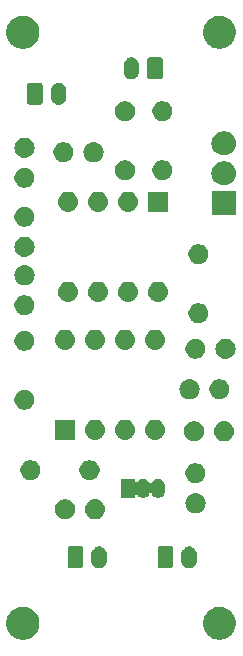
<source format=gts>
G04 #@! TF.GenerationSoftware,KiCad,Pcbnew,(5.0.1)-rc2*
G04 #@! TF.CreationDate,2018-11-24T17:46:36-05:00*
G04 #@! TF.ProjectId,vco2,76636F322E6B696361645F7063620000,1*
G04 #@! TF.SameCoordinates,Original*
G04 #@! TF.FileFunction,Soldermask,Top*
G04 #@! TF.FilePolarity,Negative*
%FSLAX46Y46*%
G04 Gerber Fmt 4.6, Leading zero omitted, Abs format (unit mm)*
G04 Created by KiCad (PCBNEW (5.0.1)-rc2) date 11/24/2018 5:46:36 PM*
%MOMM*%
%LPD*%
G01*
G04 APERTURE LIST*
%ADD10C,0.100000*%
G04 APERTURE END LIST*
D10*
G36*
X150940433Y-150653893D02*
X151030657Y-150671839D01*
X151136267Y-150715585D01*
X151285621Y-150777449D01*
X151515089Y-150930774D01*
X151710226Y-151125911D01*
X151863551Y-151355379D01*
X151969161Y-151610344D01*
X152023000Y-151881012D01*
X152023000Y-152156988D01*
X151969161Y-152427656D01*
X151863551Y-152682621D01*
X151710226Y-152912089D01*
X151515089Y-153107226D01*
X151285621Y-153260551D01*
X151136267Y-153322415D01*
X151030657Y-153366161D01*
X150940433Y-153384107D01*
X150759988Y-153420000D01*
X150484012Y-153420000D01*
X150303567Y-153384107D01*
X150213343Y-153366161D01*
X150107733Y-153322415D01*
X149958379Y-153260551D01*
X149728911Y-153107226D01*
X149533774Y-152912089D01*
X149380449Y-152682621D01*
X149274839Y-152427656D01*
X149221000Y-152156988D01*
X149221000Y-151881012D01*
X149274839Y-151610344D01*
X149380449Y-151355379D01*
X149533774Y-151125911D01*
X149728911Y-150930774D01*
X149958379Y-150777449D01*
X150107733Y-150715585D01*
X150213343Y-150671839D01*
X150303567Y-150653893D01*
X150484012Y-150618000D01*
X150759988Y-150618000D01*
X150940433Y-150653893D01*
X150940433Y-150653893D01*
G37*
G36*
X134303433Y-150653893D02*
X134393657Y-150671839D01*
X134499267Y-150715585D01*
X134648621Y-150777449D01*
X134878089Y-150930774D01*
X135073226Y-151125911D01*
X135226551Y-151355379D01*
X135332161Y-151610344D01*
X135386000Y-151881012D01*
X135386000Y-152156988D01*
X135332161Y-152427656D01*
X135226551Y-152682621D01*
X135073226Y-152912089D01*
X134878089Y-153107226D01*
X134648621Y-153260551D01*
X134499267Y-153322415D01*
X134393657Y-153366161D01*
X134303433Y-153384107D01*
X134122988Y-153420000D01*
X133847012Y-153420000D01*
X133666567Y-153384107D01*
X133576343Y-153366161D01*
X133470733Y-153322415D01*
X133321379Y-153260551D01*
X133091911Y-153107226D01*
X132896774Y-152912089D01*
X132743449Y-152682621D01*
X132637839Y-152427656D01*
X132584000Y-152156988D01*
X132584000Y-151881012D01*
X132637839Y-151610344D01*
X132743449Y-151355379D01*
X132896774Y-151125911D01*
X133091911Y-150930774D01*
X133321379Y-150777449D01*
X133470733Y-150715585D01*
X133576343Y-150671839D01*
X133666567Y-150653893D01*
X133847012Y-150618000D01*
X134122988Y-150618000D01*
X134303433Y-150653893D01*
X134303433Y-150653893D01*
G37*
G36*
X148177617Y-145514420D02*
X148259426Y-145539237D01*
X148300332Y-145551645D01*
X148322544Y-145563518D01*
X148413425Y-145612095D01*
X148413427Y-145612096D01*
X148413426Y-145612096D01*
X148486965Y-145672447D01*
X148512553Y-145693447D01*
X148593905Y-145792574D01*
X148593906Y-145792576D01*
X148654355Y-145905667D01*
X148666763Y-145946573D01*
X148691580Y-146028382D01*
X148701000Y-146124027D01*
X148701000Y-146737973D01*
X148691580Y-146833618D01*
X148666763Y-146915427D01*
X148654355Y-146956333D01*
X148600819Y-147056491D01*
X148593905Y-147069426D01*
X148512553Y-147168553D01*
X148413426Y-147249905D01*
X148413424Y-147249906D01*
X148300333Y-147310355D01*
X148259427Y-147322763D01*
X148177618Y-147347580D01*
X148050000Y-147360149D01*
X147922383Y-147347580D01*
X147840574Y-147322763D01*
X147799668Y-147310355D01*
X147686577Y-147249906D01*
X147686575Y-147249905D01*
X147587448Y-147168553D01*
X147506095Y-147069426D01*
X147465795Y-146994030D01*
X147445645Y-146956333D01*
X147433237Y-146915427D01*
X147408420Y-146833618D01*
X147399000Y-146737973D01*
X147399000Y-146124028D01*
X147408420Y-146028383D01*
X147445645Y-145905669D01*
X147445645Y-145905668D01*
X147477957Y-145845218D01*
X147506095Y-145792575D01*
X147587447Y-145693447D01*
X147686574Y-145612095D01*
X147721400Y-145593480D01*
X147799667Y-145551645D01*
X147840573Y-145539237D01*
X147922382Y-145514420D01*
X148050000Y-145501851D01*
X148177617Y-145514420D01*
X148177617Y-145514420D01*
G37*
G36*
X140557617Y-145514420D02*
X140639426Y-145539237D01*
X140680332Y-145551645D01*
X140702544Y-145563518D01*
X140793425Y-145612095D01*
X140793427Y-145612096D01*
X140793426Y-145612096D01*
X140866965Y-145672447D01*
X140892553Y-145693447D01*
X140973905Y-145792574D01*
X140973906Y-145792576D01*
X141034355Y-145905667D01*
X141046763Y-145946573D01*
X141071580Y-146028382D01*
X141081000Y-146124027D01*
X141081000Y-146737973D01*
X141071580Y-146833618D01*
X141046763Y-146915427D01*
X141034355Y-146956333D01*
X140980819Y-147056491D01*
X140973905Y-147069426D01*
X140892553Y-147168553D01*
X140793426Y-147249905D01*
X140793424Y-147249906D01*
X140680333Y-147310355D01*
X140639427Y-147322763D01*
X140557618Y-147347580D01*
X140430000Y-147360149D01*
X140302383Y-147347580D01*
X140220574Y-147322763D01*
X140179668Y-147310355D01*
X140066577Y-147249906D01*
X140066575Y-147249905D01*
X139967448Y-147168553D01*
X139886095Y-147069426D01*
X139845795Y-146994030D01*
X139825645Y-146956333D01*
X139813237Y-146915427D01*
X139788420Y-146833618D01*
X139779000Y-146737973D01*
X139779000Y-146124028D01*
X139788420Y-146028383D01*
X139825645Y-145905669D01*
X139825645Y-145905668D01*
X139857957Y-145845218D01*
X139886095Y-145792575D01*
X139967447Y-145693447D01*
X140066574Y-145612095D01*
X140101400Y-145593480D01*
X140179667Y-145551645D01*
X140220573Y-145539237D01*
X140302382Y-145514420D01*
X140430000Y-145501851D01*
X140557617Y-145514420D01*
X140557617Y-145514420D01*
G37*
G36*
X146541242Y-145509404D02*
X146578339Y-145520657D01*
X146612520Y-145538927D01*
X146642482Y-145563518D01*
X146667073Y-145593480D01*
X146685343Y-145627661D01*
X146696596Y-145664758D01*
X146701000Y-145709473D01*
X146701000Y-147152527D01*
X146696596Y-147197242D01*
X146685343Y-147234339D01*
X146667073Y-147268520D01*
X146642482Y-147298482D01*
X146612520Y-147323073D01*
X146578339Y-147341343D01*
X146541242Y-147352596D01*
X146496527Y-147357000D01*
X145603473Y-147357000D01*
X145558758Y-147352596D01*
X145521661Y-147341343D01*
X145487480Y-147323073D01*
X145457518Y-147298482D01*
X145432927Y-147268520D01*
X145414657Y-147234339D01*
X145403404Y-147197242D01*
X145399000Y-147152527D01*
X145399000Y-145709473D01*
X145403404Y-145664758D01*
X145414657Y-145627661D01*
X145432927Y-145593480D01*
X145457518Y-145563518D01*
X145487480Y-145538927D01*
X145521661Y-145520657D01*
X145558758Y-145509404D01*
X145603473Y-145505000D01*
X146496527Y-145505000D01*
X146541242Y-145509404D01*
X146541242Y-145509404D01*
G37*
G36*
X138921242Y-145509404D02*
X138958339Y-145520657D01*
X138992520Y-145538927D01*
X139022482Y-145563518D01*
X139047073Y-145593480D01*
X139065343Y-145627661D01*
X139076596Y-145664758D01*
X139081000Y-145709473D01*
X139081000Y-147152527D01*
X139076596Y-147197242D01*
X139065343Y-147234339D01*
X139047073Y-147268520D01*
X139022482Y-147298482D01*
X138992520Y-147323073D01*
X138958339Y-147341343D01*
X138921242Y-147352596D01*
X138876527Y-147357000D01*
X137983473Y-147357000D01*
X137938758Y-147352596D01*
X137901661Y-147341343D01*
X137867480Y-147323073D01*
X137837518Y-147298482D01*
X137812927Y-147268520D01*
X137794657Y-147234339D01*
X137783404Y-147197242D01*
X137779000Y-147152527D01*
X137779000Y-145709473D01*
X137783404Y-145664758D01*
X137794657Y-145627661D01*
X137812927Y-145593480D01*
X137837518Y-145563518D01*
X137867480Y-145538927D01*
X137901661Y-145520657D01*
X137938758Y-145509404D01*
X137983473Y-145505000D01*
X138876527Y-145505000D01*
X138921242Y-145509404D01*
X138921242Y-145509404D01*
G37*
G36*
X140247821Y-141528313D02*
X140247824Y-141528314D01*
X140247825Y-141528314D01*
X140408239Y-141576975D01*
X140408241Y-141576976D01*
X140408244Y-141576977D01*
X140556078Y-141655995D01*
X140685659Y-141762341D01*
X140792005Y-141891922D01*
X140871023Y-142039756D01*
X140871024Y-142039759D01*
X140871025Y-142039761D01*
X140915460Y-142186244D01*
X140919687Y-142200179D01*
X140936117Y-142367000D01*
X140919687Y-142533821D01*
X140919686Y-142533824D01*
X140919686Y-142533825D01*
X140884741Y-142649025D01*
X140871023Y-142694244D01*
X140792005Y-142842078D01*
X140685659Y-142971659D01*
X140556078Y-143078005D01*
X140408244Y-143157023D01*
X140408241Y-143157024D01*
X140408239Y-143157025D01*
X140247825Y-143205686D01*
X140247824Y-143205686D01*
X140247821Y-143205687D01*
X140122804Y-143218000D01*
X140039196Y-143218000D01*
X139914179Y-143205687D01*
X139914176Y-143205686D01*
X139914175Y-143205686D01*
X139753761Y-143157025D01*
X139753759Y-143157024D01*
X139753756Y-143157023D01*
X139605922Y-143078005D01*
X139476341Y-142971659D01*
X139369995Y-142842078D01*
X139290977Y-142694244D01*
X139277260Y-142649025D01*
X139242314Y-142533825D01*
X139242314Y-142533824D01*
X139242313Y-142533821D01*
X139225883Y-142367000D01*
X139242313Y-142200179D01*
X139246540Y-142186244D01*
X139290975Y-142039761D01*
X139290976Y-142039759D01*
X139290977Y-142039756D01*
X139369995Y-141891922D01*
X139476341Y-141762341D01*
X139605922Y-141655995D01*
X139753756Y-141576977D01*
X139753759Y-141576976D01*
X139753761Y-141576975D01*
X139914175Y-141528314D01*
X139914176Y-141528314D01*
X139914179Y-141528313D01*
X140039196Y-141516000D01*
X140122804Y-141516000D01*
X140247821Y-141528313D01*
X140247821Y-141528313D01*
G37*
G36*
X137789228Y-141548703D02*
X137944100Y-141612853D01*
X138083481Y-141705985D01*
X138202015Y-141824519D01*
X138295147Y-141963900D01*
X138359297Y-142118772D01*
X138392000Y-142283184D01*
X138392000Y-142450816D01*
X138359297Y-142615228D01*
X138295147Y-142770100D01*
X138202015Y-142909481D01*
X138083481Y-143028015D01*
X137944100Y-143121147D01*
X137789228Y-143185297D01*
X137624816Y-143218000D01*
X137457184Y-143218000D01*
X137292772Y-143185297D01*
X137137900Y-143121147D01*
X136998519Y-143028015D01*
X136879985Y-142909481D01*
X136786853Y-142770100D01*
X136722703Y-142615228D01*
X136690000Y-142450816D01*
X136690000Y-142283184D01*
X136722703Y-142118772D01*
X136786853Y-141963900D01*
X136879985Y-141824519D01*
X136998519Y-141705985D01*
X137137900Y-141612853D01*
X137292772Y-141548703D01*
X137457184Y-141516000D01*
X137624816Y-141516000D01*
X137789228Y-141548703D01*
X137789228Y-141548703D01*
G37*
G36*
X148756821Y-141020313D02*
X148756824Y-141020314D01*
X148756825Y-141020314D01*
X148917239Y-141068975D01*
X148917241Y-141068976D01*
X148917244Y-141068977D01*
X149065078Y-141147995D01*
X149194659Y-141254341D01*
X149301005Y-141383922D01*
X149380023Y-141531756D01*
X149380024Y-141531759D01*
X149380025Y-141531761D01*
X149393741Y-141576977D01*
X149428687Y-141692179D01*
X149445117Y-141859000D01*
X149428687Y-142025821D01*
X149428686Y-142025824D01*
X149428686Y-142025825D01*
X149400491Y-142118772D01*
X149380023Y-142186244D01*
X149301005Y-142334078D01*
X149194659Y-142463659D01*
X149065078Y-142570005D01*
X148917244Y-142649023D01*
X148917241Y-142649024D01*
X148917239Y-142649025D01*
X148756825Y-142697686D01*
X148756824Y-142697686D01*
X148756821Y-142697687D01*
X148631804Y-142710000D01*
X148548196Y-142710000D01*
X148423179Y-142697687D01*
X148423176Y-142697686D01*
X148423175Y-142697686D01*
X148262761Y-142649025D01*
X148262759Y-142649024D01*
X148262756Y-142649023D01*
X148114922Y-142570005D01*
X147985341Y-142463659D01*
X147878995Y-142334078D01*
X147799977Y-142186244D01*
X147779510Y-142118772D01*
X147751314Y-142025825D01*
X147751314Y-142025824D01*
X147751313Y-142025821D01*
X147734883Y-141859000D01*
X147751313Y-141692179D01*
X147786259Y-141576977D01*
X147799975Y-141531761D01*
X147799976Y-141531759D01*
X147799977Y-141531756D01*
X147878995Y-141383922D01*
X147985341Y-141254341D01*
X148114922Y-141147995D01*
X148262756Y-141068977D01*
X148262759Y-141068976D01*
X148262761Y-141068975D01*
X148423175Y-141020314D01*
X148423176Y-141020314D01*
X148423179Y-141020313D01*
X148548196Y-141008000D01*
X148631804Y-141008000D01*
X148756821Y-141020313D01*
X148756821Y-141020313D01*
G37*
G36*
X145527915Y-139796334D02*
X145636491Y-139829271D01*
X145736556Y-139882756D01*
X145824264Y-139954736D01*
X145896244Y-140042443D01*
X145949729Y-140142508D01*
X145982666Y-140251084D01*
X145991000Y-140335702D01*
X145991000Y-140842297D01*
X145982666Y-140926916D01*
X145949729Y-141035492D01*
X145896244Y-141135557D01*
X145824264Y-141223264D01*
X145736557Y-141295244D01*
X145636492Y-141348729D01*
X145527916Y-141381666D01*
X145415000Y-141392787D01*
X145302085Y-141381666D01*
X145193509Y-141348729D01*
X145093444Y-141295244D01*
X145005737Y-141223264D01*
X144933757Y-141135557D01*
X144890240Y-141054143D01*
X144876627Y-141033768D01*
X144859299Y-141016441D01*
X144838925Y-141002827D01*
X144816286Y-140993450D01*
X144792253Y-140988669D01*
X144767748Y-140988669D01*
X144743715Y-140993449D01*
X144721076Y-141002827D01*
X144700701Y-141016440D01*
X144683374Y-141033768D01*
X144669760Y-141054143D01*
X144626244Y-141135557D01*
X144554264Y-141223264D01*
X144466557Y-141295244D01*
X144366492Y-141348729D01*
X144257916Y-141381666D01*
X144145000Y-141392787D01*
X144032085Y-141381666D01*
X143923509Y-141348729D01*
X143823444Y-141295244D01*
X143735737Y-141223264D01*
X143689348Y-141166739D01*
X143672626Y-141146364D01*
X143655299Y-141129036D01*
X143634924Y-141115423D01*
X143612285Y-141106045D01*
X143588252Y-141101265D01*
X143563748Y-141101265D01*
X143539714Y-141106046D01*
X143517075Y-141115423D01*
X143496701Y-141129037D01*
X143479373Y-141146364D01*
X143465760Y-141166739D01*
X143456382Y-141189378D01*
X143451000Y-141225663D01*
X143451000Y-141390000D01*
X142299000Y-141390000D01*
X142299000Y-139788000D01*
X143451000Y-139788000D01*
X143451000Y-139952337D01*
X143453402Y-139976723D01*
X143460515Y-140000172D01*
X143472066Y-140021783D01*
X143487612Y-140040725D01*
X143506554Y-140056271D01*
X143528165Y-140067822D01*
X143551614Y-140074935D01*
X143576000Y-140077337D01*
X143600386Y-140074935D01*
X143623835Y-140067822D01*
X143645446Y-140056271D01*
X143672626Y-140031636D01*
X143735734Y-139954739D01*
X143735736Y-139954736D01*
X143823443Y-139882756D01*
X143923508Y-139829271D01*
X144032084Y-139796334D01*
X144145000Y-139785213D01*
X144257915Y-139796334D01*
X144366491Y-139829271D01*
X144466556Y-139882756D01*
X144554264Y-139954736D01*
X144626244Y-140042443D01*
X144669767Y-140123869D01*
X144683373Y-140144232D01*
X144700700Y-140161560D01*
X144721075Y-140175174D01*
X144743713Y-140184551D01*
X144767747Y-140189332D01*
X144792251Y-140189332D01*
X144816285Y-140184552D01*
X144838924Y-140175175D01*
X144859298Y-140161561D01*
X144876626Y-140144234D01*
X144890240Y-140123858D01*
X144933756Y-140042444D01*
X145005734Y-139954739D01*
X145005736Y-139954736D01*
X145093443Y-139882756D01*
X145193508Y-139829271D01*
X145302084Y-139796334D01*
X145415000Y-139785213D01*
X145527915Y-139796334D01*
X145527915Y-139796334D01*
G37*
G36*
X148838228Y-138500703D02*
X148993100Y-138564853D01*
X149132481Y-138657985D01*
X149251015Y-138776519D01*
X149344147Y-138915900D01*
X149408297Y-139070772D01*
X149441000Y-139235184D01*
X149441000Y-139402816D01*
X149408297Y-139567228D01*
X149344147Y-139722100D01*
X149251015Y-139861481D01*
X149132481Y-139980015D01*
X148993100Y-140073147D01*
X148838228Y-140137297D01*
X148673816Y-140170000D01*
X148506184Y-140170000D01*
X148341772Y-140137297D01*
X148186900Y-140073147D01*
X148047519Y-139980015D01*
X147928985Y-139861481D01*
X147835853Y-139722100D01*
X147771703Y-139567228D01*
X147739000Y-139402816D01*
X147739000Y-139235184D01*
X147771703Y-139070772D01*
X147835853Y-138915900D01*
X147928985Y-138776519D01*
X148047519Y-138657985D01*
X148186900Y-138564853D01*
X148341772Y-138500703D01*
X148506184Y-138468000D01*
X148673816Y-138468000D01*
X148838228Y-138500703D01*
X148838228Y-138500703D01*
G37*
G36*
X134868228Y-138246703D02*
X135023100Y-138310853D01*
X135162481Y-138403985D01*
X135281015Y-138522519D01*
X135374147Y-138661900D01*
X135438297Y-138816772D01*
X135471000Y-138981184D01*
X135471000Y-139148816D01*
X135438297Y-139313228D01*
X135374147Y-139468100D01*
X135281015Y-139607481D01*
X135162481Y-139726015D01*
X135023100Y-139819147D01*
X134868228Y-139883297D01*
X134703816Y-139916000D01*
X134536184Y-139916000D01*
X134371772Y-139883297D01*
X134216900Y-139819147D01*
X134077519Y-139726015D01*
X133958985Y-139607481D01*
X133865853Y-139468100D01*
X133801703Y-139313228D01*
X133769000Y-139148816D01*
X133769000Y-138981184D01*
X133801703Y-138816772D01*
X133865853Y-138661900D01*
X133958985Y-138522519D01*
X134077519Y-138403985D01*
X134216900Y-138310853D01*
X134371772Y-138246703D01*
X134536184Y-138214000D01*
X134703816Y-138214000D01*
X134868228Y-138246703D01*
X134868228Y-138246703D01*
G37*
G36*
X139868228Y-138246703D02*
X140023100Y-138310853D01*
X140162481Y-138403985D01*
X140281015Y-138522519D01*
X140374147Y-138661900D01*
X140438297Y-138816772D01*
X140471000Y-138981184D01*
X140471000Y-139148816D01*
X140438297Y-139313228D01*
X140374147Y-139468100D01*
X140281015Y-139607481D01*
X140162481Y-139726015D01*
X140023100Y-139819147D01*
X139868228Y-139883297D01*
X139703816Y-139916000D01*
X139536184Y-139916000D01*
X139371772Y-139883297D01*
X139216900Y-139819147D01*
X139077519Y-139726015D01*
X138958985Y-139607481D01*
X138865853Y-139468100D01*
X138801703Y-139313228D01*
X138769000Y-139148816D01*
X138769000Y-138981184D01*
X138801703Y-138816772D01*
X138865853Y-138661900D01*
X138958985Y-138522519D01*
X139077519Y-138403985D01*
X139216900Y-138310853D01*
X139371772Y-138246703D01*
X139536184Y-138214000D01*
X139703816Y-138214000D01*
X139868228Y-138246703D01*
X139868228Y-138246703D01*
G37*
G36*
X151169821Y-134924313D02*
X151169824Y-134924314D01*
X151169825Y-134924314D01*
X151330239Y-134972975D01*
X151330241Y-134972976D01*
X151330244Y-134972977D01*
X151478078Y-135051995D01*
X151607659Y-135158341D01*
X151714005Y-135287922D01*
X151793023Y-135435756D01*
X151793024Y-135435759D01*
X151793025Y-135435761D01*
X151841686Y-135596175D01*
X151841687Y-135596179D01*
X151858117Y-135763000D01*
X151841687Y-135929821D01*
X151841686Y-135929824D01*
X151841686Y-135929825D01*
X151816993Y-136011228D01*
X151793023Y-136090244D01*
X151714005Y-136238078D01*
X151607659Y-136367659D01*
X151478078Y-136474005D01*
X151330244Y-136553023D01*
X151330241Y-136553024D01*
X151330239Y-136553025D01*
X151169825Y-136601686D01*
X151169824Y-136601686D01*
X151169821Y-136601687D01*
X151044804Y-136614000D01*
X150961196Y-136614000D01*
X150836179Y-136601687D01*
X150836176Y-136601686D01*
X150836175Y-136601686D01*
X150675761Y-136553025D01*
X150675759Y-136553024D01*
X150675756Y-136553023D01*
X150527922Y-136474005D01*
X150398341Y-136367659D01*
X150291995Y-136238078D01*
X150212977Y-136090244D01*
X150189008Y-136011228D01*
X150164314Y-135929825D01*
X150164314Y-135929824D01*
X150164313Y-135929821D01*
X150147883Y-135763000D01*
X150164313Y-135596179D01*
X150164314Y-135596175D01*
X150212975Y-135435761D01*
X150212976Y-135435759D01*
X150212977Y-135435756D01*
X150291995Y-135287922D01*
X150398341Y-135158341D01*
X150527922Y-135051995D01*
X150675756Y-134972977D01*
X150675759Y-134972976D01*
X150675761Y-134972975D01*
X150836175Y-134924314D01*
X150836176Y-134924314D01*
X150836179Y-134924313D01*
X150961196Y-134912000D01*
X151044804Y-134912000D01*
X151169821Y-134924313D01*
X151169821Y-134924313D01*
G37*
G36*
X148711228Y-134944703D02*
X148866100Y-135008853D01*
X149005481Y-135101985D01*
X149124015Y-135220519D01*
X149217147Y-135359900D01*
X149281297Y-135514772D01*
X149314000Y-135679184D01*
X149314000Y-135846816D01*
X149281297Y-136011228D01*
X149217147Y-136166100D01*
X149124015Y-136305481D01*
X149005481Y-136424015D01*
X148866100Y-136517147D01*
X148711228Y-136581297D01*
X148546816Y-136614000D01*
X148379184Y-136614000D01*
X148214772Y-136581297D01*
X148059900Y-136517147D01*
X147920519Y-136424015D01*
X147801985Y-136305481D01*
X147708853Y-136166100D01*
X147644703Y-136011228D01*
X147612000Y-135846816D01*
X147612000Y-135679184D01*
X147644703Y-135514772D01*
X147708853Y-135359900D01*
X147801985Y-135220519D01*
X147920519Y-135101985D01*
X148059900Y-135008853D01*
X148214772Y-134944703D01*
X148379184Y-134912000D01*
X148546816Y-134912000D01*
X148711228Y-134944703D01*
X148711228Y-134944703D01*
G37*
G36*
X140247821Y-134797313D02*
X140247824Y-134797314D01*
X140247825Y-134797314D01*
X140408239Y-134845975D01*
X140408241Y-134845976D01*
X140408244Y-134845977D01*
X140556078Y-134924995D01*
X140685659Y-135031341D01*
X140792005Y-135160922D01*
X140871023Y-135308756D01*
X140871024Y-135308759D01*
X140871025Y-135308761D01*
X140909548Y-135435756D01*
X140919687Y-135469179D01*
X140936117Y-135636000D01*
X140919687Y-135802821D01*
X140871023Y-135963244D01*
X140792005Y-136111078D01*
X140685659Y-136240659D01*
X140556078Y-136347005D01*
X140408244Y-136426023D01*
X140408241Y-136426024D01*
X140408239Y-136426025D01*
X140247825Y-136474686D01*
X140247824Y-136474686D01*
X140247821Y-136474687D01*
X140122804Y-136487000D01*
X140039196Y-136487000D01*
X139914179Y-136474687D01*
X139914176Y-136474686D01*
X139914175Y-136474686D01*
X139753761Y-136426025D01*
X139753759Y-136426024D01*
X139753756Y-136426023D01*
X139605922Y-136347005D01*
X139476341Y-136240659D01*
X139369995Y-136111078D01*
X139290977Y-135963244D01*
X139242313Y-135802821D01*
X139225883Y-135636000D01*
X139242313Y-135469179D01*
X139252452Y-135435756D01*
X139290975Y-135308761D01*
X139290976Y-135308759D01*
X139290977Y-135308756D01*
X139369995Y-135160922D01*
X139476341Y-135031341D01*
X139605922Y-134924995D01*
X139753756Y-134845977D01*
X139753759Y-134845976D01*
X139753761Y-134845975D01*
X139914175Y-134797314D01*
X139914176Y-134797314D01*
X139914179Y-134797313D01*
X140039196Y-134785000D01*
X140122804Y-134785000D01*
X140247821Y-134797313D01*
X140247821Y-134797313D01*
G37*
G36*
X145327821Y-134797313D02*
X145327824Y-134797314D01*
X145327825Y-134797314D01*
X145488239Y-134845975D01*
X145488241Y-134845976D01*
X145488244Y-134845977D01*
X145636078Y-134924995D01*
X145765659Y-135031341D01*
X145872005Y-135160922D01*
X145951023Y-135308756D01*
X145951024Y-135308759D01*
X145951025Y-135308761D01*
X145989548Y-135435756D01*
X145999687Y-135469179D01*
X146016117Y-135636000D01*
X145999687Y-135802821D01*
X145951023Y-135963244D01*
X145872005Y-136111078D01*
X145765659Y-136240659D01*
X145636078Y-136347005D01*
X145488244Y-136426023D01*
X145488241Y-136426024D01*
X145488239Y-136426025D01*
X145327825Y-136474686D01*
X145327824Y-136474686D01*
X145327821Y-136474687D01*
X145202804Y-136487000D01*
X145119196Y-136487000D01*
X144994179Y-136474687D01*
X144994176Y-136474686D01*
X144994175Y-136474686D01*
X144833761Y-136426025D01*
X144833759Y-136426024D01*
X144833756Y-136426023D01*
X144685922Y-136347005D01*
X144556341Y-136240659D01*
X144449995Y-136111078D01*
X144370977Y-135963244D01*
X144322313Y-135802821D01*
X144305883Y-135636000D01*
X144322313Y-135469179D01*
X144332452Y-135435756D01*
X144370975Y-135308761D01*
X144370976Y-135308759D01*
X144370977Y-135308756D01*
X144449995Y-135160922D01*
X144556341Y-135031341D01*
X144685922Y-134924995D01*
X144833756Y-134845977D01*
X144833759Y-134845976D01*
X144833761Y-134845975D01*
X144994175Y-134797314D01*
X144994176Y-134797314D01*
X144994179Y-134797313D01*
X145119196Y-134785000D01*
X145202804Y-134785000D01*
X145327821Y-134797313D01*
X145327821Y-134797313D01*
G37*
G36*
X138392000Y-136487000D02*
X136690000Y-136487000D01*
X136690000Y-134785000D01*
X138392000Y-134785000D01*
X138392000Y-136487000D01*
X138392000Y-136487000D01*
G37*
G36*
X142787821Y-134797313D02*
X142787824Y-134797314D01*
X142787825Y-134797314D01*
X142948239Y-134845975D01*
X142948241Y-134845976D01*
X142948244Y-134845977D01*
X143096078Y-134924995D01*
X143225659Y-135031341D01*
X143332005Y-135160922D01*
X143411023Y-135308756D01*
X143411024Y-135308759D01*
X143411025Y-135308761D01*
X143449548Y-135435756D01*
X143459687Y-135469179D01*
X143476117Y-135636000D01*
X143459687Y-135802821D01*
X143411023Y-135963244D01*
X143332005Y-136111078D01*
X143225659Y-136240659D01*
X143096078Y-136347005D01*
X142948244Y-136426023D01*
X142948241Y-136426024D01*
X142948239Y-136426025D01*
X142787825Y-136474686D01*
X142787824Y-136474686D01*
X142787821Y-136474687D01*
X142662804Y-136487000D01*
X142579196Y-136487000D01*
X142454179Y-136474687D01*
X142454176Y-136474686D01*
X142454175Y-136474686D01*
X142293761Y-136426025D01*
X142293759Y-136426024D01*
X142293756Y-136426023D01*
X142145922Y-136347005D01*
X142016341Y-136240659D01*
X141909995Y-136111078D01*
X141830977Y-135963244D01*
X141782313Y-135802821D01*
X141765883Y-135636000D01*
X141782313Y-135469179D01*
X141792452Y-135435756D01*
X141830975Y-135308761D01*
X141830976Y-135308759D01*
X141830977Y-135308756D01*
X141909995Y-135160922D01*
X142016341Y-135031341D01*
X142145922Y-134924995D01*
X142293756Y-134845977D01*
X142293759Y-134845976D01*
X142293761Y-134845975D01*
X142454175Y-134797314D01*
X142454176Y-134797314D01*
X142454179Y-134797313D01*
X142579196Y-134785000D01*
X142662804Y-134785000D01*
X142787821Y-134797313D01*
X142787821Y-134797313D01*
G37*
G36*
X134360228Y-132277703D02*
X134515100Y-132341853D01*
X134654481Y-132434985D01*
X134773015Y-132553519D01*
X134866147Y-132692900D01*
X134930297Y-132847772D01*
X134963000Y-133012184D01*
X134963000Y-133179816D01*
X134930297Y-133344228D01*
X134866147Y-133499100D01*
X134773015Y-133638481D01*
X134654481Y-133757015D01*
X134515100Y-133850147D01*
X134360228Y-133914297D01*
X134195816Y-133947000D01*
X134028184Y-133947000D01*
X133863772Y-133914297D01*
X133708900Y-133850147D01*
X133569519Y-133757015D01*
X133450985Y-133638481D01*
X133357853Y-133499100D01*
X133293703Y-133344228D01*
X133261000Y-133179816D01*
X133261000Y-133012184D01*
X133293703Y-132847772D01*
X133357853Y-132692900D01*
X133450985Y-132553519D01*
X133569519Y-132434985D01*
X133708900Y-132341853D01*
X133863772Y-132277703D01*
X134028184Y-132245000D01*
X134195816Y-132245000D01*
X134360228Y-132277703D01*
X134360228Y-132277703D01*
G37*
G36*
X148248821Y-131368313D02*
X148248824Y-131368314D01*
X148248825Y-131368314D01*
X148409239Y-131416975D01*
X148409241Y-131416976D01*
X148409244Y-131416977D01*
X148557078Y-131495995D01*
X148686659Y-131602341D01*
X148793005Y-131731922D01*
X148872023Y-131879756D01*
X148872024Y-131879759D01*
X148872025Y-131879761D01*
X148920686Y-132040175D01*
X148920687Y-132040179D01*
X148937117Y-132207000D01*
X148920687Y-132373821D01*
X148920686Y-132373824D01*
X148920686Y-132373825D01*
X148895993Y-132455228D01*
X148872023Y-132534244D01*
X148793005Y-132682078D01*
X148686659Y-132811659D01*
X148557078Y-132918005D01*
X148409244Y-132997023D01*
X148409241Y-132997024D01*
X148409239Y-132997025D01*
X148248825Y-133045686D01*
X148248824Y-133045686D01*
X148248821Y-133045687D01*
X148123804Y-133058000D01*
X148040196Y-133058000D01*
X147915179Y-133045687D01*
X147915176Y-133045686D01*
X147915175Y-133045686D01*
X147754761Y-132997025D01*
X147754759Y-132997024D01*
X147754756Y-132997023D01*
X147606922Y-132918005D01*
X147477341Y-132811659D01*
X147370995Y-132682078D01*
X147291977Y-132534244D01*
X147268008Y-132455228D01*
X147243314Y-132373825D01*
X147243314Y-132373824D01*
X147243313Y-132373821D01*
X147226883Y-132207000D01*
X147243313Y-132040179D01*
X147243314Y-132040175D01*
X147291975Y-131879761D01*
X147291976Y-131879759D01*
X147291977Y-131879756D01*
X147370995Y-131731922D01*
X147477341Y-131602341D01*
X147606922Y-131495995D01*
X147754756Y-131416977D01*
X147754759Y-131416976D01*
X147754761Y-131416975D01*
X147915175Y-131368314D01*
X147915176Y-131368314D01*
X147915179Y-131368313D01*
X148040196Y-131356000D01*
X148123804Y-131356000D01*
X148248821Y-131368313D01*
X148248821Y-131368313D01*
G37*
G36*
X150870228Y-131388703D02*
X151025100Y-131452853D01*
X151164481Y-131545985D01*
X151283015Y-131664519D01*
X151376147Y-131803900D01*
X151440297Y-131958772D01*
X151473000Y-132123184D01*
X151473000Y-132290816D01*
X151440297Y-132455228D01*
X151376147Y-132610100D01*
X151283015Y-132749481D01*
X151164481Y-132868015D01*
X151025100Y-132961147D01*
X150870228Y-133025297D01*
X150705816Y-133058000D01*
X150538184Y-133058000D01*
X150373772Y-133025297D01*
X150218900Y-132961147D01*
X150079519Y-132868015D01*
X149960985Y-132749481D01*
X149867853Y-132610100D01*
X149803703Y-132455228D01*
X149771000Y-132290816D01*
X149771000Y-132123184D01*
X149803703Y-131958772D01*
X149867853Y-131803900D01*
X149960985Y-131664519D01*
X150079519Y-131545985D01*
X150218900Y-131452853D01*
X150373772Y-131388703D01*
X150538184Y-131356000D01*
X150705816Y-131356000D01*
X150870228Y-131388703D01*
X150870228Y-131388703D01*
G37*
G36*
X151296821Y-127939313D02*
X151296824Y-127939314D01*
X151296825Y-127939314D01*
X151457239Y-127987975D01*
X151457241Y-127987976D01*
X151457244Y-127987977D01*
X151605078Y-128066995D01*
X151734659Y-128173341D01*
X151841005Y-128302922D01*
X151920023Y-128450756D01*
X151920024Y-128450759D01*
X151920025Y-128450761D01*
X151968686Y-128611175D01*
X151968687Y-128611179D01*
X151985117Y-128778000D01*
X151968687Y-128944821D01*
X151968686Y-128944824D01*
X151968686Y-128944825D01*
X151943993Y-129026228D01*
X151920023Y-129105244D01*
X151841005Y-129253078D01*
X151734659Y-129382659D01*
X151605078Y-129489005D01*
X151457244Y-129568023D01*
X151457241Y-129568024D01*
X151457239Y-129568025D01*
X151296825Y-129616686D01*
X151296824Y-129616686D01*
X151296821Y-129616687D01*
X151171804Y-129629000D01*
X151088196Y-129629000D01*
X150963179Y-129616687D01*
X150963176Y-129616686D01*
X150963175Y-129616686D01*
X150802761Y-129568025D01*
X150802759Y-129568024D01*
X150802756Y-129568023D01*
X150654922Y-129489005D01*
X150525341Y-129382659D01*
X150418995Y-129253078D01*
X150339977Y-129105244D01*
X150316008Y-129026228D01*
X150291314Y-128944825D01*
X150291314Y-128944824D01*
X150291313Y-128944821D01*
X150274883Y-128778000D01*
X150291313Y-128611179D01*
X150291314Y-128611175D01*
X150339975Y-128450761D01*
X150339976Y-128450759D01*
X150339977Y-128450756D01*
X150418995Y-128302922D01*
X150525341Y-128173341D01*
X150654922Y-128066995D01*
X150802756Y-127987977D01*
X150802759Y-127987976D01*
X150802761Y-127987975D01*
X150963175Y-127939314D01*
X150963176Y-127939314D01*
X150963179Y-127939313D01*
X151088196Y-127927000D01*
X151171804Y-127927000D01*
X151296821Y-127939313D01*
X151296821Y-127939313D01*
G37*
G36*
X148838228Y-127959703D02*
X148993100Y-128023853D01*
X149132481Y-128116985D01*
X149251015Y-128235519D01*
X149344147Y-128374900D01*
X149408297Y-128529772D01*
X149441000Y-128694184D01*
X149441000Y-128861816D01*
X149408297Y-129026228D01*
X149344147Y-129181100D01*
X149251015Y-129320481D01*
X149132481Y-129439015D01*
X148993100Y-129532147D01*
X148838228Y-129596297D01*
X148673816Y-129629000D01*
X148506184Y-129629000D01*
X148341772Y-129596297D01*
X148186900Y-129532147D01*
X148047519Y-129439015D01*
X147928985Y-129320481D01*
X147835853Y-129181100D01*
X147771703Y-129026228D01*
X147739000Y-128861816D01*
X147739000Y-128694184D01*
X147771703Y-128529772D01*
X147835853Y-128374900D01*
X147928985Y-128235519D01*
X148047519Y-128116985D01*
X148186900Y-128023853D01*
X148341772Y-127959703D01*
X148506184Y-127927000D01*
X148673816Y-127927000D01*
X148838228Y-127959703D01*
X148838228Y-127959703D01*
G37*
G36*
X134360228Y-127277703D02*
X134515100Y-127341853D01*
X134654481Y-127434985D01*
X134773015Y-127553519D01*
X134866147Y-127692900D01*
X134930297Y-127847772D01*
X134963000Y-128012184D01*
X134963000Y-128179816D01*
X134930297Y-128344228D01*
X134866147Y-128499100D01*
X134773015Y-128638481D01*
X134654481Y-128757015D01*
X134515100Y-128850147D01*
X134360228Y-128914297D01*
X134195816Y-128947000D01*
X134028184Y-128947000D01*
X133863772Y-128914297D01*
X133708900Y-128850147D01*
X133569519Y-128757015D01*
X133450985Y-128638481D01*
X133357853Y-128499100D01*
X133293703Y-128344228D01*
X133261000Y-128179816D01*
X133261000Y-128012184D01*
X133293703Y-127847772D01*
X133357853Y-127692900D01*
X133450985Y-127553519D01*
X133569519Y-127434985D01*
X133708900Y-127341853D01*
X133863772Y-127277703D01*
X134028184Y-127245000D01*
X134195816Y-127245000D01*
X134360228Y-127277703D01*
X134360228Y-127277703D01*
G37*
G36*
X142787821Y-127177313D02*
X142787824Y-127177314D01*
X142787825Y-127177314D01*
X142948239Y-127225975D01*
X142948241Y-127225976D01*
X142948244Y-127225977D01*
X143096078Y-127304995D01*
X143225659Y-127411341D01*
X143332005Y-127540922D01*
X143411023Y-127688756D01*
X143411024Y-127688759D01*
X143411025Y-127688761D01*
X143459260Y-127847772D01*
X143459687Y-127849179D01*
X143476117Y-128016000D01*
X143459687Y-128182821D01*
X143411023Y-128343244D01*
X143332005Y-128491078D01*
X143225659Y-128620659D01*
X143096078Y-128727005D01*
X142948244Y-128806023D01*
X142948241Y-128806024D01*
X142948239Y-128806025D01*
X142787825Y-128854686D01*
X142787824Y-128854686D01*
X142787821Y-128854687D01*
X142662804Y-128867000D01*
X142579196Y-128867000D01*
X142454179Y-128854687D01*
X142454176Y-128854686D01*
X142454175Y-128854686D01*
X142293761Y-128806025D01*
X142293759Y-128806024D01*
X142293756Y-128806023D01*
X142145922Y-128727005D01*
X142016341Y-128620659D01*
X141909995Y-128491078D01*
X141830977Y-128343244D01*
X141782313Y-128182821D01*
X141765883Y-128016000D01*
X141782313Y-127849179D01*
X141782740Y-127847772D01*
X141830975Y-127688761D01*
X141830976Y-127688759D01*
X141830977Y-127688756D01*
X141909995Y-127540922D01*
X142016341Y-127411341D01*
X142145922Y-127304995D01*
X142293756Y-127225977D01*
X142293759Y-127225976D01*
X142293761Y-127225975D01*
X142454175Y-127177314D01*
X142454176Y-127177314D01*
X142454179Y-127177313D01*
X142579196Y-127165000D01*
X142662804Y-127165000D01*
X142787821Y-127177313D01*
X142787821Y-127177313D01*
G37*
G36*
X145327821Y-127177313D02*
X145327824Y-127177314D01*
X145327825Y-127177314D01*
X145488239Y-127225975D01*
X145488241Y-127225976D01*
X145488244Y-127225977D01*
X145636078Y-127304995D01*
X145765659Y-127411341D01*
X145872005Y-127540922D01*
X145951023Y-127688756D01*
X145951024Y-127688759D01*
X145951025Y-127688761D01*
X145999260Y-127847772D01*
X145999687Y-127849179D01*
X146016117Y-128016000D01*
X145999687Y-128182821D01*
X145951023Y-128343244D01*
X145872005Y-128491078D01*
X145765659Y-128620659D01*
X145636078Y-128727005D01*
X145488244Y-128806023D01*
X145488241Y-128806024D01*
X145488239Y-128806025D01*
X145327825Y-128854686D01*
X145327824Y-128854686D01*
X145327821Y-128854687D01*
X145202804Y-128867000D01*
X145119196Y-128867000D01*
X144994179Y-128854687D01*
X144994176Y-128854686D01*
X144994175Y-128854686D01*
X144833761Y-128806025D01*
X144833759Y-128806024D01*
X144833756Y-128806023D01*
X144685922Y-128727005D01*
X144556341Y-128620659D01*
X144449995Y-128491078D01*
X144370977Y-128343244D01*
X144322313Y-128182821D01*
X144305883Y-128016000D01*
X144322313Y-127849179D01*
X144322740Y-127847772D01*
X144370975Y-127688761D01*
X144370976Y-127688759D01*
X144370977Y-127688756D01*
X144449995Y-127540922D01*
X144556341Y-127411341D01*
X144685922Y-127304995D01*
X144833756Y-127225977D01*
X144833759Y-127225976D01*
X144833761Y-127225975D01*
X144994175Y-127177314D01*
X144994176Y-127177314D01*
X144994179Y-127177313D01*
X145119196Y-127165000D01*
X145202804Y-127165000D01*
X145327821Y-127177313D01*
X145327821Y-127177313D01*
G37*
G36*
X137707821Y-127177313D02*
X137707824Y-127177314D01*
X137707825Y-127177314D01*
X137868239Y-127225975D01*
X137868241Y-127225976D01*
X137868244Y-127225977D01*
X138016078Y-127304995D01*
X138145659Y-127411341D01*
X138252005Y-127540922D01*
X138331023Y-127688756D01*
X138331024Y-127688759D01*
X138331025Y-127688761D01*
X138379260Y-127847772D01*
X138379687Y-127849179D01*
X138396117Y-128016000D01*
X138379687Y-128182821D01*
X138331023Y-128343244D01*
X138252005Y-128491078D01*
X138145659Y-128620659D01*
X138016078Y-128727005D01*
X137868244Y-128806023D01*
X137868241Y-128806024D01*
X137868239Y-128806025D01*
X137707825Y-128854686D01*
X137707824Y-128854686D01*
X137707821Y-128854687D01*
X137582804Y-128867000D01*
X137499196Y-128867000D01*
X137374179Y-128854687D01*
X137374176Y-128854686D01*
X137374175Y-128854686D01*
X137213761Y-128806025D01*
X137213759Y-128806024D01*
X137213756Y-128806023D01*
X137065922Y-128727005D01*
X136936341Y-128620659D01*
X136829995Y-128491078D01*
X136750977Y-128343244D01*
X136702313Y-128182821D01*
X136685883Y-128016000D01*
X136702313Y-127849179D01*
X136702740Y-127847772D01*
X136750975Y-127688761D01*
X136750976Y-127688759D01*
X136750977Y-127688756D01*
X136829995Y-127540922D01*
X136936341Y-127411341D01*
X137065922Y-127304995D01*
X137213756Y-127225977D01*
X137213759Y-127225976D01*
X137213761Y-127225975D01*
X137374175Y-127177314D01*
X137374176Y-127177314D01*
X137374179Y-127177313D01*
X137499196Y-127165000D01*
X137582804Y-127165000D01*
X137707821Y-127177313D01*
X137707821Y-127177313D01*
G37*
G36*
X140247821Y-127177313D02*
X140247824Y-127177314D01*
X140247825Y-127177314D01*
X140408239Y-127225975D01*
X140408241Y-127225976D01*
X140408244Y-127225977D01*
X140556078Y-127304995D01*
X140685659Y-127411341D01*
X140792005Y-127540922D01*
X140871023Y-127688756D01*
X140871024Y-127688759D01*
X140871025Y-127688761D01*
X140919260Y-127847772D01*
X140919687Y-127849179D01*
X140936117Y-128016000D01*
X140919687Y-128182821D01*
X140871023Y-128343244D01*
X140792005Y-128491078D01*
X140685659Y-128620659D01*
X140556078Y-128727005D01*
X140408244Y-128806023D01*
X140408241Y-128806024D01*
X140408239Y-128806025D01*
X140247825Y-128854686D01*
X140247824Y-128854686D01*
X140247821Y-128854687D01*
X140122804Y-128867000D01*
X140039196Y-128867000D01*
X139914179Y-128854687D01*
X139914176Y-128854686D01*
X139914175Y-128854686D01*
X139753761Y-128806025D01*
X139753759Y-128806024D01*
X139753756Y-128806023D01*
X139605922Y-128727005D01*
X139476341Y-128620659D01*
X139369995Y-128491078D01*
X139290977Y-128343244D01*
X139242313Y-128182821D01*
X139225883Y-128016000D01*
X139242313Y-127849179D01*
X139242740Y-127847772D01*
X139290975Y-127688761D01*
X139290976Y-127688759D01*
X139290977Y-127688756D01*
X139369995Y-127540922D01*
X139476341Y-127411341D01*
X139605922Y-127304995D01*
X139753756Y-127225977D01*
X139753759Y-127225976D01*
X139753761Y-127225975D01*
X139914175Y-127177314D01*
X139914176Y-127177314D01*
X139914179Y-127177313D01*
X140039196Y-127165000D01*
X140122804Y-127165000D01*
X140247821Y-127177313D01*
X140247821Y-127177313D01*
G37*
G36*
X149092228Y-124958703D02*
X149247100Y-125022853D01*
X149386481Y-125115985D01*
X149505015Y-125234519D01*
X149598147Y-125373900D01*
X149662297Y-125528772D01*
X149695000Y-125693184D01*
X149695000Y-125860816D01*
X149662297Y-126025228D01*
X149598147Y-126180100D01*
X149505015Y-126319481D01*
X149386481Y-126438015D01*
X149247100Y-126531147D01*
X149092228Y-126595297D01*
X148927816Y-126628000D01*
X148760184Y-126628000D01*
X148595772Y-126595297D01*
X148440900Y-126531147D01*
X148301519Y-126438015D01*
X148182985Y-126319481D01*
X148089853Y-126180100D01*
X148025703Y-126025228D01*
X147993000Y-125860816D01*
X147993000Y-125693184D01*
X148025703Y-125528772D01*
X148089853Y-125373900D01*
X148182985Y-125234519D01*
X148301519Y-125115985D01*
X148440900Y-125022853D01*
X148595772Y-124958703D01*
X148760184Y-124926000D01*
X148927816Y-124926000D01*
X149092228Y-124958703D01*
X149092228Y-124958703D01*
G37*
G36*
X134360228Y-124276703D02*
X134515100Y-124340853D01*
X134654481Y-124433985D01*
X134773015Y-124552519D01*
X134866147Y-124691900D01*
X134930297Y-124846772D01*
X134963000Y-125011184D01*
X134963000Y-125178816D01*
X134930297Y-125343228D01*
X134866147Y-125498100D01*
X134773015Y-125637481D01*
X134654481Y-125756015D01*
X134515100Y-125849147D01*
X134360228Y-125913297D01*
X134195816Y-125946000D01*
X134028184Y-125946000D01*
X133863772Y-125913297D01*
X133708900Y-125849147D01*
X133569519Y-125756015D01*
X133450985Y-125637481D01*
X133357853Y-125498100D01*
X133293703Y-125343228D01*
X133261000Y-125178816D01*
X133261000Y-125011184D01*
X133293703Y-124846772D01*
X133357853Y-124691900D01*
X133450985Y-124552519D01*
X133569519Y-124433985D01*
X133708900Y-124340853D01*
X133863772Y-124276703D01*
X134028184Y-124244000D01*
X134195816Y-124244000D01*
X134360228Y-124276703D01*
X134360228Y-124276703D01*
G37*
G36*
X140501821Y-123113313D02*
X140501824Y-123113314D01*
X140501825Y-123113314D01*
X140662239Y-123161975D01*
X140662241Y-123161976D01*
X140662244Y-123161977D01*
X140810078Y-123240995D01*
X140939659Y-123347341D01*
X141046005Y-123476922D01*
X141125023Y-123624756D01*
X141173687Y-123785179D01*
X141190117Y-123952000D01*
X141173687Y-124118821D01*
X141173686Y-124118824D01*
X141173686Y-124118825D01*
X141135715Y-124244000D01*
X141125023Y-124279244D01*
X141046005Y-124427078D01*
X140939659Y-124556659D01*
X140810078Y-124663005D01*
X140662244Y-124742023D01*
X140662241Y-124742024D01*
X140662239Y-124742025D01*
X140501825Y-124790686D01*
X140501824Y-124790686D01*
X140501821Y-124790687D01*
X140376804Y-124803000D01*
X140293196Y-124803000D01*
X140168179Y-124790687D01*
X140168176Y-124790686D01*
X140168175Y-124790686D01*
X140007761Y-124742025D01*
X140007759Y-124742024D01*
X140007756Y-124742023D01*
X139859922Y-124663005D01*
X139730341Y-124556659D01*
X139623995Y-124427078D01*
X139544977Y-124279244D01*
X139534286Y-124244000D01*
X139496314Y-124118825D01*
X139496314Y-124118824D01*
X139496313Y-124118821D01*
X139479883Y-123952000D01*
X139496313Y-123785179D01*
X139544977Y-123624756D01*
X139623995Y-123476922D01*
X139730341Y-123347341D01*
X139859922Y-123240995D01*
X140007756Y-123161977D01*
X140007759Y-123161976D01*
X140007761Y-123161975D01*
X140168175Y-123113314D01*
X140168176Y-123113314D01*
X140168179Y-123113313D01*
X140293196Y-123101000D01*
X140376804Y-123101000D01*
X140501821Y-123113313D01*
X140501821Y-123113313D01*
G37*
G36*
X137961821Y-123113313D02*
X137961824Y-123113314D01*
X137961825Y-123113314D01*
X138122239Y-123161975D01*
X138122241Y-123161976D01*
X138122244Y-123161977D01*
X138270078Y-123240995D01*
X138399659Y-123347341D01*
X138506005Y-123476922D01*
X138585023Y-123624756D01*
X138633687Y-123785179D01*
X138650117Y-123952000D01*
X138633687Y-124118821D01*
X138633686Y-124118824D01*
X138633686Y-124118825D01*
X138595715Y-124244000D01*
X138585023Y-124279244D01*
X138506005Y-124427078D01*
X138399659Y-124556659D01*
X138270078Y-124663005D01*
X138122244Y-124742023D01*
X138122241Y-124742024D01*
X138122239Y-124742025D01*
X137961825Y-124790686D01*
X137961824Y-124790686D01*
X137961821Y-124790687D01*
X137836804Y-124803000D01*
X137753196Y-124803000D01*
X137628179Y-124790687D01*
X137628176Y-124790686D01*
X137628175Y-124790686D01*
X137467761Y-124742025D01*
X137467759Y-124742024D01*
X137467756Y-124742023D01*
X137319922Y-124663005D01*
X137190341Y-124556659D01*
X137083995Y-124427078D01*
X137004977Y-124279244D01*
X136994286Y-124244000D01*
X136956314Y-124118825D01*
X136956314Y-124118824D01*
X136956313Y-124118821D01*
X136939883Y-123952000D01*
X136956313Y-123785179D01*
X137004977Y-123624756D01*
X137083995Y-123476922D01*
X137190341Y-123347341D01*
X137319922Y-123240995D01*
X137467756Y-123161977D01*
X137467759Y-123161976D01*
X137467761Y-123161975D01*
X137628175Y-123113314D01*
X137628176Y-123113314D01*
X137628179Y-123113313D01*
X137753196Y-123101000D01*
X137836804Y-123101000D01*
X137961821Y-123113313D01*
X137961821Y-123113313D01*
G37*
G36*
X143041821Y-123113313D02*
X143041824Y-123113314D01*
X143041825Y-123113314D01*
X143202239Y-123161975D01*
X143202241Y-123161976D01*
X143202244Y-123161977D01*
X143350078Y-123240995D01*
X143479659Y-123347341D01*
X143586005Y-123476922D01*
X143665023Y-123624756D01*
X143713687Y-123785179D01*
X143730117Y-123952000D01*
X143713687Y-124118821D01*
X143713686Y-124118824D01*
X143713686Y-124118825D01*
X143675715Y-124244000D01*
X143665023Y-124279244D01*
X143586005Y-124427078D01*
X143479659Y-124556659D01*
X143350078Y-124663005D01*
X143202244Y-124742023D01*
X143202241Y-124742024D01*
X143202239Y-124742025D01*
X143041825Y-124790686D01*
X143041824Y-124790686D01*
X143041821Y-124790687D01*
X142916804Y-124803000D01*
X142833196Y-124803000D01*
X142708179Y-124790687D01*
X142708176Y-124790686D01*
X142708175Y-124790686D01*
X142547761Y-124742025D01*
X142547759Y-124742024D01*
X142547756Y-124742023D01*
X142399922Y-124663005D01*
X142270341Y-124556659D01*
X142163995Y-124427078D01*
X142084977Y-124279244D01*
X142074286Y-124244000D01*
X142036314Y-124118825D01*
X142036314Y-124118824D01*
X142036313Y-124118821D01*
X142019883Y-123952000D01*
X142036313Y-123785179D01*
X142084977Y-123624756D01*
X142163995Y-123476922D01*
X142270341Y-123347341D01*
X142399922Y-123240995D01*
X142547756Y-123161977D01*
X142547759Y-123161976D01*
X142547761Y-123161975D01*
X142708175Y-123113314D01*
X142708176Y-123113314D01*
X142708179Y-123113313D01*
X142833196Y-123101000D01*
X142916804Y-123101000D01*
X143041821Y-123113313D01*
X143041821Y-123113313D01*
G37*
G36*
X145581821Y-123113313D02*
X145581824Y-123113314D01*
X145581825Y-123113314D01*
X145742239Y-123161975D01*
X145742241Y-123161976D01*
X145742244Y-123161977D01*
X145890078Y-123240995D01*
X146019659Y-123347341D01*
X146126005Y-123476922D01*
X146205023Y-123624756D01*
X146253687Y-123785179D01*
X146270117Y-123952000D01*
X146253687Y-124118821D01*
X146253686Y-124118824D01*
X146253686Y-124118825D01*
X146215715Y-124244000D01*
X146205023Y-124279244D01*
X146126005Y-124427078D01*
X146019659Y-124556659D01*
X145890078Y-124663005D01*
X145742244Y-124742023D01*
X145742241Y-124742024D01*
X145742239Y-124742025D01*
X145581825Y-124790686D01*
X145581824Y-124790686D01*
X145581821Y-124790687D01*
X145456804Y-124803000D01*
X145373196Y-124803000D01*
X145248179Y-124790687D01*
X145248176Y-124790686D01*
X145248175Y-124790686D01*
X145087761Y-124742025D01*
X145087759Y-124742024D01*
X145087756Y-124742023D01*
X144939922Y-124663005D01*
X144810341Y-124556659D01*
X144703995Y-124427078D01*
X144624977Y-124279244D01*
X144614286Y-124244000D01*
X144576314Y-124118825D01*
X144576314Y-124118824D01*
X144576313Y-124118821D01*
X144559883Y-123952000D01*
X144576313Y-123785179D01*
X144624977Y-123624756D01*
X144703995Y-123476922D01*
X144810341Y-123347341D01*
X144939922Y-123240995D01*
X145087756Y-123161977D01*
X145087759Y-123161976D01*
X145087761Y-123161975D01*
X145248175Y-123113314D01*
X145248176Y-123113314D01*
X145248179Y-123113313D01*
X145373196Y-123101000D01*
X145456804Y-123101000D01*
X145581821Y-123113313D01*
X145581821Y-123113313D01*
G37*
G36*
X134278821Y-121716313D02*
X134278824Y-121716314D01*
X134278825Y-121716314D01*
X134439239Y-121764975D01*
X134439241Y-121764976D01*
X134439244Y-121764977D01*
X134587078Y-121843995D01*
X134716659Y-121950341D01*
X134823005Y-122079922D01*
X134902023Y-122227756D01*
X134950687Y-122388179D01*
X134967117Y-122555000D01*
X134950687Y-122721821D01*
X134902023Y-122882244D01*
X134823005Y-123030078D01*
X134716659Y-123159659D01*
X134587078Y-123266005D01*
X134439244Y-123345023D01*
X134439241Y-123345024D01*
X134439239Y-123345025D01*
X134278825Y-123393686D01*
X134278824Y-123393686D01*
X134278821Y-123393687D01*
X134153804Y-123406000D01*
X134070196Y-123406000D01*
X133945179Y-123393687D01*
X133945176Y-123393686D01*
X133945175Y-123393686D01*
X133784761Y-123345025D01*
X133784759Y-123345024D01*
X133784756Y-123345023D01*
X133636922Y-123266005D01*
X133507341Y-123159659D01*
X133400995Y-123030078D01*
X133321977Y-122882244D01*
X133273313Y-122721821D01*
X133256883Y-122555000D01*
X133273313Y-122388179D01*
X133321977Y-122227756D01*
X133400995Y-122079922D01*
X133507341Y-121950341D01*
X133636922Y-121843995D01*
X133784756Y-121764977D01*
X133784759Y-121764976D01*
X133784761Y-121764975D01*
X133945175Y-121716314D01*
X133945176Y-121716314D01*
X133945179Y-121716313D01*
X134070196Y-121704000D01*
X134153804Y-121704000D01*
X134278821Y-121716313D01*
X134278821Y-121716313D01*
G37*
G36*
X149092228Y-119958703D02*
X149247100Y-120022853D01*
X149386481Y-120115985D01*
X149505015Y-120234519D01*
X149598147Y-120373900D01*
X149662297Y-120528772D01*
X149695000Y-120693184D01*
X149695000Y-120860816D01*
X149662297Y-121025228D01*
X149598147Y-121180100D01*
X149505015Y-121319481D01*
X149386481Y-121438015D01*
X149247100Y-121531147D01*
X149092228Y-121595297D01*
X148927816Y-121628000D01*
X148760184Y-121628000D01*
X148595772Y-121595297D01*
X148440900Y-121531147D01*
X148301519Y-121438015D01*
X148182985Y-121319481D01*
X148089853Y-121180100D01*
X148025703Y-121025228D01*
X147993000Y-120860816D01*
X147993000Y-120693184D01*
X148025703Y-120528772D01*
X148089853Y-120373900D01*
X148182985Y-120234519D01*
X148301519Y-120115985D01*
X148440900Y-120022853D01*
X148595772Y-119958703D01*
X148760184Y-119926000D01*
X148927816Y-119926000D01*
X149092228Y-119958703D01*
X149092228Y-119958703D01*
G37*
G36*
X134278821Y-119303313D02*
X134278824Y-119303314D01*
X134278825Y-119303314D01*
X134439239Y-119351975D01*
X134439241Y-119351976D01*
X134439244Y-119351977D01*
X134587078Y-119430995D01*
X134716659Y-119537341D01*
X134823005Y-119666922D01*
X134902023Y-119814756D01*
X134902024Y-119814759D01*
X134902025Y-119814761D01*
X134950686Y-119975175D01*
X134950687Y-119975179D01*
X134967117Y-120142000D01*
X134950687Y-120308821D01*
X134950686Y-120308824D01*
X134950686Y-120308825D01*
X134930946Y-120373900D01*
X134902023Y-120469244D01*
X134823005Y-120617078D01*
X134716659Y-120746659D01*
X134587078Y-120853005D01*
X134439244Y-120932023D01*
X134439241Y-120932024D01*
X134439239Y-120932025D01*
X134278825Y-120980686D01*
X134278824Y-120980686D01*
X134278821Y-120980687D01*
X134153804Y-120993000D01*
X134070196Y-120993000D01*
X133945179Y-120980687D01*
X133945176Y-120980686D01*
X133945175Y-120980686D01*
X133784761Y-120932025D01*
X133784759Y-120932024D01*
X133784756Y-120932023D01*
X133636922Y-120853005D01*
X133507341Y-120746659D01*
X133400995Y-120617078D01*
X133321977Y-120469244D01*
X133293055Y-120373900D01*
X133273314Y-120308825D01*
X133273314Y-120308824D01*
X133273313Y-120308821D01*
X133256883Y-120142000D01*
X133273313Y-119975179D01*
X133273314Y-119975175D01*
X133321975Y-119814761D01*
X133321976Y-119814759D01*
X133321977Y-119814756D01*
X133400995Y-119666922D01*
X133507341Y-119537341D01*
X133636922Y-119430995D01*
X133784756Y-119351977D01*
X133784759Y-119351976D01*
X133784761Y-119351975D01*
X133945175Y-119303314D01*
X133945176Y-119303314D01*
X133945179Y-119303313D01*
X134070196Y-119291000D01*
X134153804Y-119291000D01*
X134278821Y-119303313D01*
X134278821Y-119303313D01*
G37*
G36*
X134360228Y-116783703D02*
X134515100Y-116847853D01*
X134654481Y-116940985D01*
X134773015Y-117059519D01*
X134866147Y-117198900D01*
X134930297Y-117353772D01*
X134963000Y-117518184D01*
X134963000Y-117685816D01*
X134930297Y-117850228D01*
X134866147Y-118005100D01*
X134773015Y-118144481D01*
X134654481Y-118263015D01*
X134515100Y-118356147D01*
X134360228Y-118420297D01*
X134195816Y-118453000D01*
X134028184Y-118453000D01*
X133863772Y-118420297D01*
X133708900Y-118356147D01*
X133569519Y-118263015D01*
X133450985Y-118144481D01*
X133357853Y-118005100D01*
X133293703Y-117850228D01*
X133261000Y-117685816D01*
X133261000Y-117518184D01*
X133293703Y-117353772D01*
X133357853Y-117198900D01*
X133450985Y-117059519D01*
X133569519Y-116940985D01*
X133708900Y-116847853D01*
X133863772Y-116783703D01*
X134028184Y-116751000D01*
X134195816Y-116751000D01*
X134360228Y-116783703D01*
X134360228Y-116783703D01*
G37*
G36*
X152054000Y-117462500D02*
X149952000Y-117462500D01*
X149952000Y-115455500D01*
X152054000Y-115455500D01*
X152054000Y-117462500D01*
X152054000Y-117462500D01*
G37*
G36*
X146266000Y-117183000D02*
X144564000Y-117183000D01*
X144564000Y-115481000D01*
X146266000Y-115481000D01*
X146266000Y-117183000D01*
X146266000Y-117183000D01*
G37*
G36*
X143041821Y-115493313D02*
X143041824Y-115493314D01*
X143041825Y-115493314D01*
X143202239Y-115541975D01*
X143202241Y-115541976D01*
X143202244Y-115541977D01*
X143350078Y-115620995D01*
X143479659Y-115727341D01*
X143586005Y-115856922D01*
X143665023Y-116004756D01*
X143713687Y-116165179D01*
X143730117Y-116332000D01*
X143713687Y-116498821D01*
X143665023Y-116659244D01*
X143586005Y-116807078D01*
X143479659Y-116936659D01*
X143350078Y-117043005D01*
X143202244Y-117122023D01*
X143202241Y-117122024D01*
X143202239Y-117122025D01*
X143041825Y-117170686D01*
X143041824Y-117170686D01*
X143041821Y-117170687D01*
X142916804Y-117183000D01*
X142833196Y-117183000D01*
X142708179Y-117170687D01*
X142708176Y-117170686D01*
X142708175Y-117170686D01*
X142547761Y-117122025D01*
X142547759Y-117122024D01*
X142547756Y-117122023D01*
X142399922Y-117043005D01*
X142270341Y-116936659D01*
X142163995Y-116807078D01*
X142084977Y-116659244D01*
X142036313Y-116498821D01*
X142019883Y-116332000D01*
X142036313Y-116165179D01*
X142084977Y-116004756D01*
X142163995Y-115856922D01*
X142270341Y-115727341D01*
X142399922Y-115620995D01*
X142547756Y-115541977D01*
X142547759Y-115541976D01*
X142547761Y-115541975D01*
X142708175Y-115493314D01*
X142708176Y-115493314D01*
X142708179Y-115493313D01*
X142833196Y-115481000D01*
X142916804Y-115481000D01*
X143041821Y-115493313D01*
X143041821Y-115493313D01*
G37*
G36*
X137961821Y-115493313D02*
X137961824Y-115493314D01*
X137961825Y-115493314D01*
X138122239Y-115541975D01*
X138122241Y-115541976D01*
X138122244Y-115541977D01*
X138270078Y-115620995D01*
X138399659Y-115727341D01*
X138506005Y-115856922D01*
X138585023Y-116004756D01*
X138633687Y-116165179D01*
X138650117Y-116332000D01*
X138633687Y-116498821D01*
X138585023Y-116659244D01*
X138506005Y-116807078D01*
X138399659Y-116936659D01*
X138270078Y-117043005D01*
X138122244Y-117122023D01*
X138122241Y-117122024D01*
X138122239Y-117122025D01*
X137961825Y-117170686D01*
X137961824Y-117170686D01*
X137961821Y-117170687D01*
X137836804Y-117183000D01*
X137753196Y-117183000D01*
X137628179Y-117170687D01*
X137628176Y-117170686D01*
X137628175Y-117170686D01*
X137467761Y-117122025D01*
X137467759Y-117122024D01*
X137467756Y-117122023D01*
X137319922Y-117043005D01*
X137190341Y-116936659D01*
X137083995Y-116807078D01*
X137004977Y-116659244D01*
X136956313Y-116498821D01*
X136939883Y-116332000D01*
X136956313Y-116165179D01*
X137004977Y-116004756D01*
X137083995Y-115856922D01*
X137190341Y-115727341D01*
X137319922Y-115620995D01*
X137467756Y-115541977D01*
X137467759Y-115541976D01*
X137467761Y-115541975D01*
X137628175Y-115493314D01*
X137628176Y-115493314D01*
X137628179Y-115493313D01*
X137753196Y-115481000D01*
X137836804Y-115481000D01*
X137961821Y-115493313D01*
X137961821Y-115493313D01*
G37*
G36*
X140501821Y-115493313D02*
X140501824Y-115493314D01*
X140501825Y-115493314D01*
X140662239Y-115541975D01*
X140662241Y-115541976D01*
X140662244Y-115541977D01*
X140810078Y-115620995D01*
X140939659Y-115727341D01*
X141046005Y-115856922D01*
X141125023Y-116004756D01*
X141173687Y-116165179D01*
X141190117Y-116332000D01*
X141173687Y-116498821D01*
X141125023Y-116659244D01*
X141046005Y-116807078D01*
X140939659Y-116936659D01*
X140810078Y-117043005D01*
X140662244Y-117122023D01*
X140662241Y-117122024D01*
X140662239Y-117122025D01*
X140501825Y-117170686D01*
X140501824Y-117170686D01*
X140501821Y-117170687D01*
X140376804Y-117183000D01*
X140293196Y-117183000D01*
X140168179Y-117170687D01*
X140168176Y-117170686D01*
X140168175Y-117170686D01*
X140007761Y-117122025D01*
X140007759Y-117122024D01*
X140007756Y-117122023D01*
X139859922Y-117043005D01*
X139730341Y-116936659D01*
X139623995Y-116807078D01*
X139544977Y-116659244D01*
X139496313Y-116498821D01*
X139479883Y-116332000D01*
X139496313Y-116165179D01*
X139544977Y-116004756D01*
X139623995Y-115856922D01*
X139730341Y-115727341D01*
X139859922Y-115620995D01*
X140007756Y-115541977D01*
X140007759Y-115541976D01*
X140007761Y-115541975D01*
X140168175Y-115493314D01*
X140168176Y-115493314D01*
X140168179Y-115493313D01*
X140293196Y-115481000D01*
X140376804Y-115481000D01*
X140501821Y-115493313D01*
X140501821Y-115493313D01*
G37*
G36*
X134360228Y-113481703D02*
X134515100Y-113545853D01*
X134654481Y-113638985D01*
X134773015Y-113757519D01*
X134866147Y-113896900D01*
X134930297Y-114051772D01*
X134963000Y-114216184D01*
X134963000Y-114383816D01*
X134930297Y-114548228D01*
X134866147Y-114703100D01*
X134773015Y-114842481D01*
X134654481Y-114961015D01*
X134515100Y-115054147D01*
X134360228Y-115118297D01*
X134195816Y-115151000D01*
X134028184Y-115151000D01*
X133863772Y-115118297D01*
X133708900Y-115054147D01*
X133569519Y-114961015D01*
X133450985Y-114842481D01*
X133357853Y-114703100D01*
X133293703Y-114548228D01*
X133261000Y-114383816D01*
X133261000Y-114216184D01*
X133293703Y-114051772D01*
X133357853Y-113896900D01*
X133450985Y-113757519D01*
X133569519Y-113638985D01*
X133708900Y-113545853D01*
X133863772Y-113481703D01*
X134028184Y-113449000D01*
X134195816Y-113449000D01*
X134360228Y-113481703D01*
X134360228Y-113481703D01*
G37*
G36*
X151158764Y-112921308D02*
X151247220Y-112930020D01*
X151436381Y-112987401D01*
X151610712Y-113080583D01*
X151763515Y-113205985D01*
X151888917Y-113358788D01*
X151982099Y-113533119D01*
X152039480Y-113722280D01*
X152058855Y-113919000D01*
X152039480Y-114115720D01*
X151982099Y-114304881D01*
X151888917Y-114479212D01*
X151763515Y-114632015D01*
X151610712Y-114757417D01*
X151436381Y-114850599D01*
X151247220Y-114907980D01*
X151158764Y-114916692D01*
X151099796Y-114922500D01*
X150906204Y-114922500D01*
X150847236Y-114916692D01*
X150758780Y-114907980D01*
X150569619Y-114850599D01*
X150395288Y-114757417D01*
X150242485Y-114632015D01*
X150117083Y-114479212D01*
X150023901Y-114304881D01*
X149966520Y-114115720D01*
X149947145Y-113919000D01*
X149966520Y-113722280D01*
X150023901Y-113533119D01*
X150117083Y-113358788D01*
X150242485Y-113205985D01*
X150395288Y-113080583D01*
X150569619Y-112987401D01*
X150758780Y-112930020D01*
X150847236Y-112921308D01*
X150906204Y-112915500D01*
X151099796Y-112915500D01*
X151158764Y-112921308D01*
X151158764Y-112921308D01*
G37*
G36*
X142869228Y-112846703D02*
X143024100Y-112910853D01*
X143163481Y-113003985D01*
X143282015Y-113122519D01*
X143375147Y-113261900D01*
X143439297Y-113416772D01*
X143472000Y-113581184D01*
X143472000Y-113748816D01*
X143439297Y-113913228D01*
X143375147Y-114068100D01*
X143282015Y-114207481D01*
X143163481Y-114326015D01*
X143024100Y-114419147D01*
X142869228Y-114483297D01*
X142704816Y-114516000D01*
X142537184Y-114516000D01*
X142372772Y-114483297D01*
X142217900Y-114419147D01*
X142078519Y-114326015D01*
X141959985Y-114207481D01*
X141866853Y-114068100D01*
X141802703Y-113913228D01*
X141770000Y-113748816D01*
X141770000Y-113581184D01*
X141802703Y-113416772D01*
X141866853Y-113261900D01*
X141959985Y-113122519D01*
X142078519Y-113003985D01*
X142217900Y-112910853D01*
X142372772Y-112846703D01*
X142537184Y-112814000D01*
X142704816Y-112814000D01*
X142869228Y-112846703D01*
X142869228Y-112846703D01*
G37*
G36*
X146044228Y-112846703D02*
X146199100Y-112910853D01*
X146338481Y-113003985D01*
X146457015Y-113122519D01*
X146550147Y-113261900D01*
X146614297Y-113416772D01*
X146647000Y-113581184D01*
X146647000Y-113748816D01*
X146614297Y-113913228D01*
X146550147Y-114068100D01*
X146457015Y-114207481D01*
X146338481Y-114326015D01*
X146199100Y-114419147D01*
X146044228Y-114483297D01*
X145879816Y-114516000D01*
X145712184Y-114516000D01*
X145547772Y-114483297D01*
X145392900Y-114419147D01*
X145253519Y-114326015D01*
X145134985Y-114207481D01*
X145041853Y-114068100D01*
X144977703Y-113913228D01*
X144945000Y-113748816D01*
X144945000Y-113581184D01*
X144977703Y-113416772D01*
X145041853Y-113261900D01*
X145134985Y-113122519D01*
X145253519Y-113003985D01*
X145392900Y-112910853D01*
X145547772Y-112846703D01*
X145712184Y-112814000D01*
X145879816Y-112814000D01*
X146044228Y-112846703D01*
X146044228Y-112846703D01*
G37*
G36*
X140120821Y-111302313D02*
X140120824Y-111302314D01*
X140120825Y-111302314D01*
X140281239Y-111350975D01*
X140281241Y-111350976D01*
X140281244Y-111350977D01*
X140429078Y-111429995D01*
X140558659Y-111536341D01*
X140665005Y-111665922D01*
X140744023Y-111813756D01*
X140744024Y-111813759D01*
X140744025Y-111813761D01*
X140782079Y-111939210D01*
X140792687Y-111974179D01*
X140809117Y-112141000D01*
X140792687Y-112307821D01*
X140792686Y-112307824D01*
X140792686Y-112307825D01*
X140767993Y-112389228D01*
X140744023Y-112468244D01*
X140665005Y-112616078D01*
X140558659Y-112745659D01*
X140429078Y-112852005D01*
X140281244Y-112931023D01*
X140281241Y-112931024D01*
X140281239Y-112931025D01*
X140120825Y-112979686D01*
X140120824Y-112979686D01*
X140120821Y-112979687D01*
X139995804Y-112992000D01*
X139912196Y-112992000D01*
X139787179Y-112979687D01*
X139787176Y-112979686D01*
X139787175Y-112979686D01*
X139626761Y-112931025D01*
X139626759Y-112931024D01*
X139626756Y-112931023D01*
X139478922Y-112852005D01*
X139349341Y-112745659D01*
X139242995Y-112616078D01*
X139163977Y-112468244D01*
X139140008Y-112389228D01*
X139115314Y-112307825D01*
X139115314Y-112307824D01*
X139115313Y-112307821D01*
X139098883Y-112141000D01*
X139115313Y-111974179D01*
X139125921Y-111939210D01*
X139163975Y-111813761D01*
X139163976Y-111813759D01*
X139163977Y-111813756D01*
X139242995Y-111665922D01*
X139349341Y-111536341D01*
X139478922Y-111429995D01*
X139626756Y-111350977D01*
X139626759Y-111350976D01*
X139626761Y-111350975D01*
X139787175Y-111302314D01*
X139787176Y-111302314D01*
X139787179Y-111302313D01*
X139912196Y-111290000D01*
X139995804Y-111290000D01*
X140120821Y-111302313D01*
X140120821Y-111302313D01*
G37*
G36*
X137662228Y-111322703D02*
X137817100Y-111386853D01*
X137956481Y-111479985D01*
X138075015Y-111598519D01*
X138168147Y-111737900D01*
X138232297Y-111892772D01*
X138265000Y-112057184D01*
X138265000Y-112224816D01*
X138232297Y-112389228D01*
X138168147Y-112544100D01*
X138075015Y-112683481D01*
X137956481Y-112802015D01*
X137817100Y-112895147D01*
X137662228Y-112959297D01*
X137497816Y-112992000D01*
X137330184Y-112992000D01*
X137165772Y-112959297D01*
X137010900Y-112895147D01*
X136871519Y-112802015D01*
X136752985Y-112683481D01*
X136659853Y-112544100D01*
X136595703Y-112389228D01*
X136563000Y-112224816D01*
X136563000Y-112057184D01*
X136595703Y-111892772D01*
X136659853Y-111737900D01*
X136752985Y-111598519D01*
X136871519Y-111479985D01*
X137010900Y-111386853D01*
X137165772Y-111322703D01*
X137330184Y-111290000D01*
X137497816Y-111290000D01*
X137662228Y-111322703D01*
X137662228Y-111322703D01*
G37*
G36*
X134278821Y-110921313D02*
X134278824Y-110921314D01*
X134278825Y-110921314D01*
X134439239Y-110969975D01*
X134439241Y-110969976D01*
X134439244Y-110969977D01*
X134587078Y-111048995D01*
X134716659Y-111155341D01*
X134823005Y-111284922D01*
X134902023Y-111432756D01*
X134902024Y-111432759D01*
X134902025Y-111432761D01*
X134945390Y-111575717D01*
X134950687Y-111593179D01*
X134967117Y-111760000D01*
X134950687Y-111926821D01*
X134950686Y-111926824D01*
X134950686Y-111926825D01*
X134936323Y-111974175D01*
X134902023Y-112087244D01*
X134823005Y-112235078D01*
X134716659Y-112364659D01*
X134587078Y-112471005D01*
X134439244Y-112550023D01*
X134439241Y-112550024D01*
X134439239Y-112550025D01*
X134278825Y-112598686D01*
X134278824Y-112598686D01*
X134278821Y-112598687D01*
X134153804Y-112611000D01*
X134070196Y-112611000D01*
X133945179Y-112598687D01*
X133945176Y-112598686D01*
X133945175Y-112598686D01*
X133784761Y-112550025D01*
X133784759Y-112550024D01*
X133784756Y-112550023D01*
X133636922Y-112471005D01*
X133507341Y-112364659D01*
X133400995Y-112235078D01*
X133321977Y-112087244D01*
X133287678Y-111974175D01*
X133273314Y-111926825D01*
X133273314Y-111926824D01*
X133273313Y-111926821D01*
X133256883Y-111760000D01*
X133273313Y-111593179D01*
X133278610Y-111575717D01*
X133321975Y-111432761D01*
X133321976Y-111432759D01*
X133321977Y-111432756D01*
X133400995Y-111284922D01*
X133507341Y-111155341D01*
X133636922Y-111048995D01*
X133784756Y-110969977D01*
X133784759Y-110969976D01*
X133784761Y-110969975D01*
X133945175Y-110921314D01*
X133945176Y-110921314D01*
X133945179Y-110921313D01*
X134070196Y-110909000D01*
X134153804Y-110909000D01*
X134278821Y-110921313D01*
X134278821Y-110921313D01*
G37*
G36*
X151158764Y-110381308D02*
X151247220Y-110390020D01*
X151436381Y-110447401D01*
X151610712Y-110540583D01*
X151763515Y-110665985D01*
X151888917Y-110818788D01*
X151982099Y-110993119D01*
X152039480Y-111182280D01*
X152058855Y-111379000D01*
X152039480Y-111575720D01*
X151982099Y-111764881D01*
X151888917Y-111939212D01*
X151763515Y-112092015D01*
X151610712Y-112217417D01*
X151436381Y-112310599D01*
X151247220Y-112367980D01*
X151158764Y-112376692D01*
X151099796Y-112382500D01*
X150906204Y-112382500D01*
X150847236Y-112376692D01*
X150758780Y-112367980D01*
X150569619Y-112310599D01*
X150395288Y-112217417D01*
X150242485Y-112092015D01*
X150117083Y-111939212D01*
X150023901Y-111764881D01*
X149966520Y-111575720D01*
X149947145Y-111379000D01*
X149966520Y-111182280D01*
X150023901Y-110993119D01*
X150117083Y-110818788D01*
X150242485Y-110665985D01*
X150395288Y-110540583D01*
X150569619Y-110447401D01*
X150758780Y-110390020D01*
X150847236Y-110381308D01*
X150906204Y-110375500D01*
X151099796Y-110375500D01*
X151158764Y-110381308D01*
X151158764Y-110381308D01*
G37*
G36*
X146044228Y-107846703D02*
X146199100Y-107910853D01*
X146338481Y-108003985D01*
X146457015Y-108122519D01*
X146550147Y-108261900D01*
X146614297Y-108416772D01*
X146647000Y-108581184D01*
X146647000Y-108748816D01*
X146614297Y-108913228D01*
X146550147Y-109068100D01*
X146457015Y-109207481D01*
X146338481Y-109326015D01*
X146199100Y-109419147D01*
X146044228Y-109483297D01*
X145879816Y-109516000D01*
X145712184Y-109516000D01*
X145547772Y-109483297D01*
X145392900Y-109419147D01*
X145253519Y-109326015D01*
X145134985Y-109207481D01*
X145041853Y-109068100D01*
X144977703Y-108913228D01*
X144945000Y-108748816D01*
X144945000Y-108581184D01*
X144977703Y-108416772D01*
X145041853Y-108261900D01*
X145134985Y-108122519D01*
X145253519Y-108003985D01*
X145392900Y-107910853D01*
X145547772Y-107846703D01*
X145712184Y-107814000D01*
X145879816Y-107814000D01*
X146044228Y-107846703D01*
X146044228Y-107846703D01*
G37*
G36*
X142869228Y-107846703D02*
X143024100Y-107910853D01*
X143163481Y-108003985D01*
X143282015Y-108122519D01*
X143375147Y-108261900D01*
X143439297Y-108416772D01*
X143472000Y-108581184D01*
X143472000Y-108748816D01*
X143439297Y-108913228D01*
X143375147Y-109068100D01*
X143282015Y-109207481D01*
X143163481Y-109326015D01*
X143024100Y-109419147D01*
X142869228Y-109483297D01*
X142704816Y-109516000D01*
X142537184Y-109516000D01*
X142372772Y-109483297D01*
X142217900Y-109419147D01*
X142078519Y-109326015D01*
X141959985Y-109207481D01*
X141866853Y-109068100D01*
X141802703Y-108913228D01*
X141770000Y-108748816D01*
X141770000Y-108581184D01*
X141802703Y-108416772D01*
X141866853Y-108261900D01*
X141959985Y-108122519D01*
X142078519Y-108003985D01*
X142217900Y-107910853D01*
X142372772Y-107846703D01*
X142537184Y-107814000D01*
X142704816Y-107814000D01*
X142869228Y-107846703D01*
X142869228Y-107846703D01*
G37*
G36*
X137128617Y-106271420D02*
X137210426Y-106296237D01*
X137251332Y-106308645D01*
X137273544Y-106320518D01*
X137364425Y-106369095D01*
X137364427Y-106369096D01*
X137364426Y-106369096D01*
X137437965Y-106429447D01*
X137463553Y-106450447D01*
X137544905Y-106549574D01*
X137544906Y-106549576D01*
X137605355Y-106662667D01*
X137617763Y-106703573D01*
X137642580Y-106785382D01*
X137652000Y-106881027D01*
X137652000Y-107494973D01*
X137642580Y-107590618D01*
X137617763Y-107672427D01*
X137605355Y-107713333D01*
X137551819Y-107813491D01*
X137544905Y-107826426D01*
X137463553Y-107925553D01*
X137364426Y-108006905D01*
X137364424Y-108006906D01*
X137251333Y-108067355D01*
X137210427Y-108079763D01*
X137128618Y-108104580D01*
X137001000Y-108117149D01*
X136873383Y-108104580D01*
X136791574Y-108079763D01*
X136750668Y-108067355D01*
X136637577Y-108006906D01*
X136637575Y-108006905D01*
X136538448Y-107925553D01*
X136457095Y-107826426D01*
X136416795Y-107751030D01*
X136396645Y-107713333D01*
X136384237Y-107672427D01*
X136359420Y-107590618D01*
X136350000Y-107494973D01*
X136350000Y-106881028D01*
X136359420Y-106785383D01*
X136396645Y-106662669D01*
X136396645Y-106662668D01*
X136428957Y-106602218D01*
X136457095Y-106549575D01*
X136538447Y-106450447D01*
X136637574Y-106369095D01*
X136672400Y-106350480D01*
X136750667Y-106308645D01*
X136791573Y-106296237D01*
X136873382Y-106271420D01*
X137001000Y-106258851D01*
X137128617Y-106271420D01*
X137128617Y-106271420D01*
G37*
G36*
X135492242Y-106266404D02*
X135529339Y-106277657D01*
X135563520Y-106295927D01*
X135593482Y-106320518D01*
X135618073Y-106350480D01*
X135636343Y-106384661D01*
X135647596Y-106421758D01*
X135652000Y-106466473D01*
X135652000Y-107909527D01*
X135647596Y-107954242D01*
X135636343Y-107991339D01*
X135618073Y-108025520D01*
X135593482Y-108055482D01*
X135563520Y-108080073D01*
X135529339Y-108098343D01*
X135492242Y-108109596D01*
X135447527Y-108114000D01*
X134554473Y-108114000D01*
X134509758Y-108109596D01*
X134472661Y-108098343D01*
X134438480Y-108080073D01*
X134408518Y-108055482D01*
X134383927Y-108025520D01*
X134365657Y-107991339D01*
X134354404Y-107954242D01*
X134350000Y-107909527D01*
X134350000Y-106466473D01*
X134354404Y-106421758D01*
X134365657Y-106384661D01*
X134383927Y-106350480D01*
X134408518Y-106320518D01*
X134438480Y-106295927D01*
X134472661Y-106277657D01*
X134509758Y-106266404D01*
X134554473Y-106262000D01*
X135447527Y-106262000D01*
X135492242Y-106266404D01*
X135492242Y-106266404D01*
G37*
G36*
X143288618Y-104112420D02*
X143370427Y-104137237D01*
X143411333Y-104149645D01*
X143489600Y-104191480D01*
X143524426Y-104210095D01*
X143623553Y-104291447D01*
X143704905Y-104390574D01*
X143704906Y-104390576D01*
X143765355Y-104503667D01*
X143765355Y-104503668D01*
X143802580Y-104626382D01*
X143812000Y-104722027D01*
X143812000Y-105335973D01*
X143802580Y-105431618D01*
X143777763Y-105513427D01*
X143765355Y-105554333D01*
X143711819Y-105654491D01*
X143704905Y-105667426D01*
X143623553Y-105766553D01*
X143623551Y-105766555D01*
X143588595Y-105795242D01*
X143524425Y-105847905D01*
X143472699Y-105875553D01*
X143411332Y-105908355D01*
X143370426Y-105920763D01*
X143288617Y-105945580D01*
X143161000Y-105958149D01*
X143033382Y-105945580D01*
X142951573Y-105920763D01*
X142910667Y-105908355D01*
X142797576Y-105847906D01*
X142797574Y-105847905D01*
X142698447Y-105766553D01*
X142617095Y-105667425D01*
X142556646Y-105554333D01*
X142556645Y-105554332D01*
X142544237Y-105513426D01*
X142519420Y-105431617D01*
X142510000Y-105335972D01*
X142510000Y-104722027D01*
X142519420Y-104626382D01*
X142556645Y-104503668D01*
X142556645Y-104503667D01*
X142576795Y-104465970D01*
X142617095Y-104390574D01*
X142698448Y-104291447D01*
X142797575Y-104210095D01*
X142832401Y-104191480D01*
X142910668Y-104149645D01*
X142951574Y-104137237D01*
X143033383Y-104112420D01*
X143161000Y-104099851D01*
X143288618Y-104112420D01*
X143288618Y-104112420D01*
G37*
G36*
X145652242Y-104107404D02*
X145689339Y-104118657D01*
X145723520Y-104136927D01*
X145753482Y-104161518D01*
X145778073Y-104191480D01*
X145796343Y-104225661D01*
X145807596Y-104262758D01*
X145812000Y-104307473D01*
X145812000Y-105750527D01*
X145807596Y-105795242D01*
X145796343Y-105832339D01*
X145778073Y-105866520D01*
X145753482Y-105896482D01*
X145723520Y-105921073D01*
X145689339Y-105939343D01*
X145652242Y-105950596D01*
X145607527Y-105955000D01*
X144714473Y-105955000D01*
X144669758Y-105950596D01*
X144632661Y-105939343D01*
X144598480Y-105921073D01*
X144568518Y-105896482D01*
X144543927Y-105866520D01*
X144525657Y-105832339D01*
X144514404Y-105795242D01*
X144510000Y-105750527D01*
X144510000Y-104307473D01*
X144514404Y-104262758D01*
X144525657Y-104225661D01*
X144543927Y-104191480D01*
X144568518Y-104161518D01*
X144598480Y-104136927D01*
X144632661Y-104118657D01*
X144669758Y-104107404D01*
X144714473Y-104103000D01*
X145607527Y-104103000D01*
X145652242Y-104107404D01*
X145652242Y-104107404D01*
G37*
G36*
X134303433Y-100615893D02*
X134393657Y-100633839D01*
X134499267Y-100677585D01*
X134648621Y-100739449D01*
X134878089Y-100892774D01*
X135073226Y-101087911D01*
X135226551Y-101317379D01*
X135332161Y-101572344D01*
X135386000Y-101843012D01*
X135386000Y-102118988D01*
X135332161Y-102389656D01*
X135226551Y-102644621D01*
X135073226Y-102874089D01*
X134878089Y-103069226D01*
X134648621Y-103222551D01*
X134499267Y-103284415D01*
X134393657Y-103328161D01*
X134303433Y-103346107D01*
X134122988Y-103382000D01*
X133847012Y-103382000D01*
X133666567Y-103346107D01*
X133576343Y-103328161D01*
X133470733Y-103284415D01*
X133321379Y-103222551D01*
X133091911Y-103069226D01*
X132896774Y-102874089D01*
X132743449Y-102644621D01*
X132637839Y-102389656D01*
X132584000Y-102118988D01*
X132584000Y-101843012D01*
X132637839Y-101572344D01*
X132743449Y-101317379D01*
X132896774Y-101087911D01*
X133091911Y-100892774D01*
X133321379Y-100739449D01*
X133470733Y-100677585D01*
X133576343Y-100633839D01*
X133666567Y-100615893D01*
X133847012Y-100580000D01*
X134122988Y-100580000D01*
X134303433Y-100615893D01*
X134303433Y-100615893D01*
G37*
G36*
X150940433Y-100615893D02*
X151030657Y-100633839D01*
X151136267Y-100677585D01*
X151285621Y-100739449D01*
X151515089Y-100892774D01*
X151710226Y-101087911D01*
X151863551Y-101317379D01*
X151969161Y-101572344D01*
X152023000Y-101843012D01*
X152023000Y-102118988D01*
X151969161Y-102389656D01*
X151863551Y-102644621D01*
X151710226Y-102874089D01*
X151515089Y-103069226D01*
X151285621Y-103222551D01*
X151136267Y-103284415D01*
X151030657Y-103328161D01*
X150940433Y-103346107D01*
X150759988Y-103382000D01*
X150484012Y-103382000D01*
X150303567Y-103346107D01*
X150213343Y-103328161D01*
X150107733Y-103284415D01*
X149958379Y-103222551D01*
X149728911Y-103069226D01*
X149533774Y-102874089D01*
X149380449Y-102644621D01*
X149274839Y-102389656D01*
X149221000Y-102118988D01*
X149221000Y-101843012D01*
X149274839Y-101572344D01*
X149380449Y-101317379D01*
X149533774Y-101087911D01*
X149728911Y-100892774D01*
X149958379Y-100739449D01*
X150107733Y-100677585D01*
X150213343Y-100633839D01*
X150303567Y-100615893D01*
X150484012Y-100580000D01*
X150759988Y-100580000D01*
X150940433Y-100615893D01*
X150940433Y-100615893D01*
G37*
M02*

</source>
